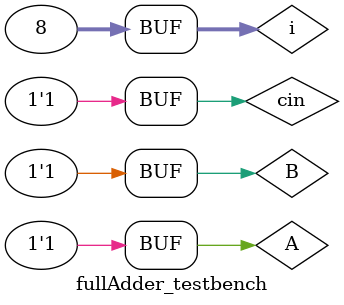
<source format=sv>


`timescale 1ps / 1ps

module fullAdder (result, carry_out, cin, A, B);
  output  logic   result, carry_out;
  input   logic   cin, A, B;

  xor #50 XOR (result, A, B, cin);

  logic [2:0] tmp;
  and #50 AND0 (tmp[0], A, B);
  and #50 AND1 (tmp[1], A, cin);
  and #50 AND2 (tmp[2], B, cin);

  or #50 OR (carry_out, tmp[0], tmp[1], tmp[2]);
endmodule

module fullAdder_testbench ();
  logic result, carry_out;
  logic cin, A, B;

  fullAdder dut (.result, .carry_out, .cin, .A, .B);

  integer i;
  initial begin
    for (i = 0; i < 8; i++) begin
      {A, B, cin} = i; #10;
    end
  end
endmodule

</source>
